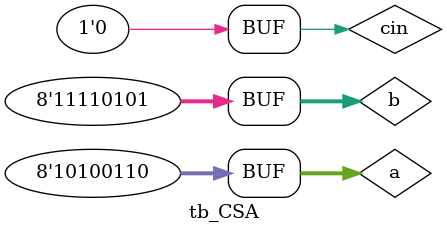
<source format=v>
module tb_CSA; 
  wire [7:0] sum;  
wire cout;  
reg [7:0] a, b;
  reg cin;
  CSA csa(sum[7:0], cout, a[7:0], b[7:0],cin);    
initial  begin   
 $display("a|b||cout|sum");
  end  
  initial  begin
    $monitor("%b|%b||%b|%b", a[7:0], b[7:0], cout, sum[7:0],cin);
  end  
initial begin     $dumpfile("dump.vcd"); $dumpvars;  end 
 initial  begin 
     a=8'b10100110; b=8'b11110101 ;cin=0 ; 
   
 
    
  end
endmodule

</source>
